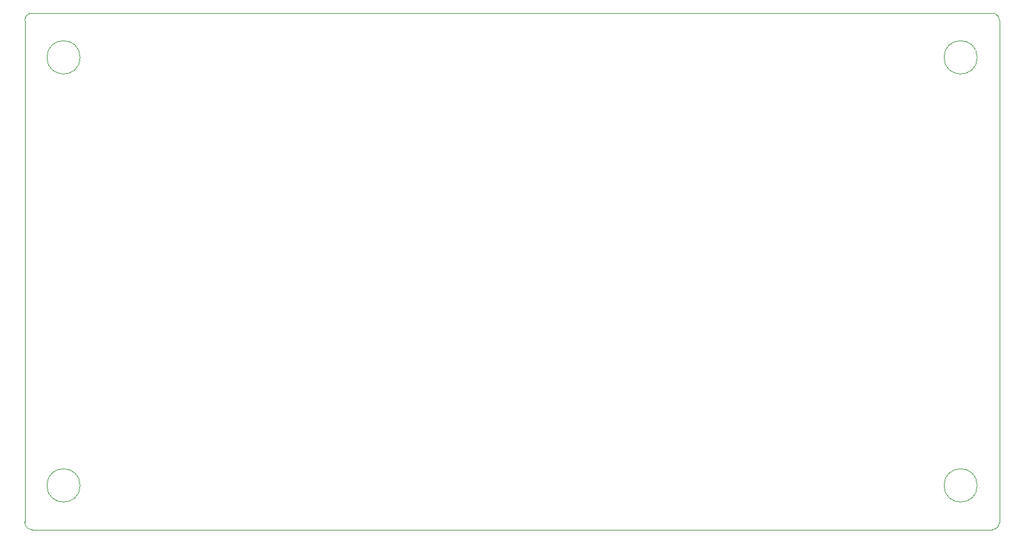
<source format=gbr>
%TF.GenerationSoftware,KiCad,Pcbnew,9.0.3*%
%TF.CreationDate,2025-08-15T10:29:04+02:00*%
%TF.ProjectId,Controller,436f6e74-726f-46c6-9c65-722e6b696361,1.0*%
%TF.SameCoordinates,Original*%
%TF.FileFunction,Profile,NP*%
%FSLAX46Y46*%
G04 Gerber Fmt 4.6, Leading zero omitted, Abs format (unit mm)*
G04 Created by KiCad (PCBNEW 9.0.3) date 2025-08-15 10:29:04*
%MOMM*%
%LPD*%
G01*
G04 APERTURE LIST*
%TA.AperFunction,Profile*%
%ADD10C,0.100000*%
%TD*%
G04 APERTURE END LIST*
D10*
X204000000Y-57000000D02*
G75*
G02*
X205000000Y-58000000I0J-1000000D01*
G01*
X74000000Y-57000000D02*
X204000000Y-57000000D01*
X80500022Y-63000000D02*
G75*
G02*
X75999978Y-63000000I-2250022J0D01*
G01*
X75999978Y-63000000D02*
G75*
G02*
X80500022Y-63000000I2250022J0D01*
G01*
X205000000Y-58000000D02*
X205000000Y-126000000D01*
X205000000Y-126000000D02*
G75*
G02*
X204000000Y-127000000I-1000000J0D01*
G01*
X73000000Y-58000000D02*
G75*
G02*
X74000000Y-57000000I1000000J0D01*
G01*
X73000000Y-126000000D02*
X73000000Y-58000000D01*
X74000000Y-127000000D02*
G75*
G02*
X73000000Y-126000000I0J1000000D01*
G01*
X202000022Y-63000000D02*
G75*
G02*
X197499978Y-63000000I-2250022J0D01*
G01*
X197499978Y-63000000D02*
G75*
G02*
X202000022Y-63000000I2250022J0D01*
G01*
X80500022Y-121000000D02*
G75*
G02*
X75999978Y-121000000I-2250022J0D01*
G01*
X75999978Y-121000000D02*
G75*
G02*
X80500022Y-121000000I2250022J0D01*
G01*
X202000022Y-121000000D02*
G75*
G02*
X197499978Y-121000000I-2250022J0D01*
G01*
X197499978Y-121000000D02*
G75*
G02*
X202000022Y-121000000I2250022J0D01*
G01*
X204000000Y-127000000D02*
X74000000Y-127000000D01*
M02*

</source>
